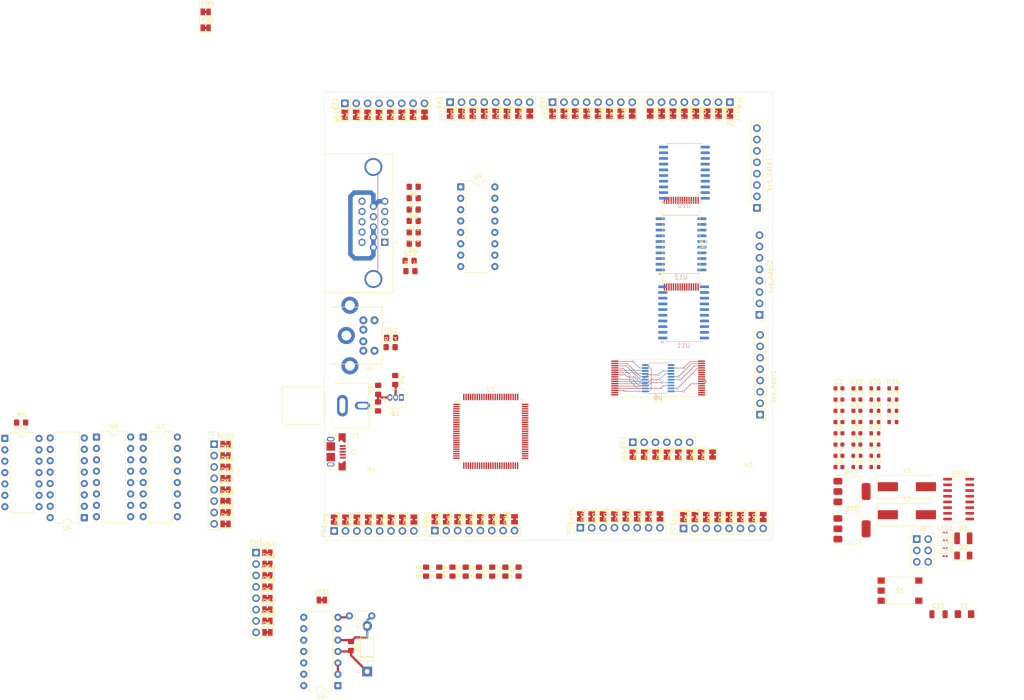
<source format=kicad_pcb>
(kicad_pcb (version 20241229) (generator "pcbnew") (generator_version "9.0")
  (layers (0 "F.Cu" signal) (2 "B.Cu" signal) (13 "F.Paste" user) (15 "B.Paste" user) (5 "F.SilkS" user "F.Silkscreen") (7 "B.SilkS" user "B.Silkscreen") (1 "F.Mask" user) (3 "B.Mask" user) (25 "Edge.Cuts" user))
  (net 0 "")
  (net 1 "VSyncVGA")
  (net 4 "Blue")
  (net 5 "unconnected-(J1-Pad0)")
  (net 9 "HSyncVGA")
  (net 10 "Red")
  (net 11 "Green")
  (net 13 "PA0")
  (net 14 "PA2")
  (net 15 "PA6")
  (net 16 "PA3")
  (net 19 "Shared_Address_A4")
  (net 20 "AREF")
  (net 21 "+3.3V")
  (net 22 "/RCA_Output")
  (net 24 "Shared_Address_A0")
  (net 25 "16MHz")
  (net 28 "Net-(U4-Q7)")
  (net 29 "Net-(U7-~{OE})")
  (net 30 "Net-(D1-K)")
  (net 31 "GND")
  (net 32 "Net-(D1-A)")
  (net 33 "Net-(M3-A4)")
  (net 34 "Net-(M3-A6)")
  (net 35 "+5V")
  (net 36 "Net-(M3-A2)")
  (net 37 "Net-(M3-A7)")
  (net 38 "PA5")
  (net 39 "PA4")
  (net 40 "PA7")
  (net 41 "Net-(M3-A1)")
  (net 42 "Net-(M3-A5)")
  (net 43 "PA1")
  (net 44 "Net-(M3-A0)")
  (net 45 "PB2")
  (net 46 "PB3")
  (net 47 "PB5")
  (net 48 "PB4")
  (net 49 "PB0")
  (net 50 "Net-(M3-A3)")
  (net 51 "PB1")
  (net 52 "PB7")
  (net 53 "PB6")
  (net 54 "Shared_Address_A11")
  (net 56 "PC4")
  (net 57 "PC1")
  (net 58 "PC2")
  (net 59 "PC0")
  (net 60 "PC5")
  (net 61 "PC6")
  (net 62 "PC7")
  (net 63 "PC3")
  (net 64 "PD0")
  (net 65 "PD6")
  (net 66 "PD1")
  (net 67 "PD2")
  (net 68 "PD3")
  (net 69 "PD4")
  (net 70 "PD7")
  (net 71 "PD5")
  (net 72 "PE0")
  (net 73 "PE2")
  (net 74 "PE3")
  (net 75 "PE6")
  (net 76 "PE1")
  (net 77 "PE4")
  (net 78 "PE5")
  (net 79 "PF3")
  (net 80 "PF2")
  (net 81 "PF1")
  (net 82 "PF6")
  (net 83 "PF5")
  (net 84 "PF4")
  (net 85 "PF0")
  (net 86 "PF7")
  (net 87 "PG2")
  (net 88 "PG1")
  (net 89 "PG5")
  (net 90 "PG4")
  (net 91 "PG3")
  (net 92 "PG0")
  (net 93 "PH3")
  (net 94 "PH6")
  (net 95 "PH0")
  (net 96 "PH2")
  (net 97 "PH4")
  (net 98 "PH7")
  (net 99 "PH5")
  (net 100 "PH1")
  (net 101 "PJ6")
  (net 102 "PJ2")
  (net 103 "PJ3")
  (net 104 "PJ5")
  (net 105 "PJ0")
  (net 106 "PJ4")
  (net 107 "PJ1")
  (net 108 "PJ7")
  (net 109 "PK5")
  (net 110 "PK0")
  (net 111 "PK7")
  (net 112 "PK1")
  (net 113 "PK2")
  (net 114 "PK6")
  (net 115 "PK4")
  (net 116 "PK3")
  (net 117 "PL0")
  (net 118 "PL7")
  (net 119 "PL5")
  (net 120 "PL3")
  (net 121 "PL6")
  (net 122 "PL4")
  (net 123 "PL2")
  (net 124 "PL1")
  (net 125 "Shared_Address_A3")
  (net 126 "Shared_Address_A5")
  (net 127 "Shared_Address_A8")
  (net 128 "Shared_Address_A13")
  (net 129 "Shared_Address_A2")
  (net 130 "Shared_Address_A10")
  (net 131 "Shared_Address_A6")
  (net 132 "/~{Write}")
  (net 133 "Shared_Address_A7")
  (net 134 "/~{MidRAM}")
  (net 135 "Shared_Address_A9")
  (net 136 "/~{Read}")
  (net 137 "Shared_Address_A12")
  (net 138 "Shared_Address_A1")
  (net 139 "Shared_Address_A14")
  (net 140 "Net-(U9-Za)")
  (net 141 "Net-(U9-Zb)")
  (net 142 "Net-(U9-Zc)")
  (net 143 "Net-(U9-Zd)")
  (net 152 "D7")
  (net 154 "D3")
  (net 155 "D2")
  (net 156 "D1")
  (net 157 "D4")
  (net 158 "D5")
  (net 159 "D6")
  (net 160 "D0")
  (net 161 "Net-(U10-CE)")
  (net 162 "A1")
  (net 163 "A0")
  (net 164 "A2")
  (net 165 "A4")
  (net 166 "A6")
  (net 167 "Net-(U11-A->B)")
  (net 168 "A5")
  (net 169 "A7")
  (net 170 "A3")
  (net 171 "Shared_Address_A15")
  (net 172 "A9")
  (net 173 "A8")
  (net 174 "A12")
  (net 175 "A14")
  (net 176 "A13")
  (net 177 "A15")
  (net 178 "A10")
  (net 179 "A11")
  (net 180 "Net-(J1-Pad14)")
  (net 181 "Net-(J1-Pad13)")
  (net 182 "/Clock")
  (net 183 "/Data")
  (net 184 "XAD0")
  (net 185 "XAD1")
  (net 186 "XAD2")
  (net 187 "XAD3")
  (net 188 "XAD4")
  (net 189 "XAD5")
  (net 190 "XAD6")
  (net 191 "XAD7")
  (net 194 "XAA0")
  (net 195 "XAA1")
  (net 196 "XAA2")
  (net 197 "XAA3")
  (net 198 "XAA4")
  (net 199 "XAA5")
  (net 200 "XAA6")
  (net 208 "XAA7")
  (net 215 "PE7")
  (net 218 "XTAL1")
  (net 219 "XTAL2")
  (net 220 "RD-")
  (net 221 "RD+")
  (net 222 "Mega_6309_data3")
  (net 223 "Mega_6309_data7")
  (net 224 "Mega_6309_data4")
  (net 225 "Mega_6309_data2")
  (net 226 "Mega_6309_data6")
  (net 227 "Mega_6309_data0")
  (net 228 "Mega_6309_data1")
  (net 229 "Net-(U2-Pad11)")
  (net 230 "Net-(U7-SRCLK)")
  (net 231 "PSDat6")
  (net 232 "PSDat5")
  (net 233 "PSDat4")
  (net 234 "PSDat3")
  (net 235 "PSDat2")
  (net 236 "Net-(U7-QH')")
  (net 237 "PSDat7")
  (net 238 "PSDat0")
  (net 240 "PSDat1")
  (net 241 "Mega_6309_data5")
  (net 242 "Net-(Q1-B)")
  (net 243 "Net-(R2-Pad1)")
  (net 244 "Net-(R4-Pad1)")
  (net 246 "SYNC_RCA")
  (net 247 "~{SUPRESS}")
  (net 248 "M8TXD")
  (net 249 "M8RXD")
  (net 250 "Inside")
  (net 251 "Net-(U3-Pad10)")
  (net 252 "Net-(U3-Pad4)")
  (net 253 "Net-(JP91-A)")
  (net 254 "VIN")
  (net 255 "Net-(J5-D+)")
  (net 256 "Net-(J5-D-)")
  (net 257 "Net-(J5-VBUS)")
  (net 258 "Reset")
  (net 259 "/L-rx")
  (net 262 "/L-tx")
  (net 263 "/L-on")
  (net 264 "/L_13")
  (net 265 "Net-(U13-V3)")
  (net 266 "Net-(U13-XO)")
  (net 267 "Net-(U13-XI)")
  (net 268 "Net-(U13-~{DTR})")
  (net 269 "Net-(D3-K)")
  (net 274 "SCL")
  (net 275 "SDA")
  (net 276 "TX")
  (net 277 "RX")
  (net 278 "CTS")
  (net 279 "Ib")
  (net 280 "Bb")
  (net 281 "Gb")
  (net 282 "Rb")
  (net 283 "If")
  (net 284 "Bf")
  (net 285 "Gf")
  (net 286 "Rf")
  (net 287 "SCK")
  (net 288 "MISO")
  (net 289 "MOSI")
  (net 290 "SS")
  (net 291 "VGA Latch")
  (net 292 "RTS")
  (net 293 "PS2 Clock")
  (net 294 "PS2 Data")
  (net 295 "VGA data 0")
  (net 296 "VGA data 1")
  (net 297 "VGA data 2")
  (net 298 "VGA data 3")
  (net 299 "VGA data 4")
  (net 300 "VGA data 5")
  (net 301 "VGA data 6")
  (net 302 "VGA data 7")
  (net 303 "WE")
  (net 304 "RD")
  (net 305 "ALE")
  (net 306 "XAA16")
  (footprint "Jumper:SolderJumper-2_P1.3mm_Bridged_Pad1.0x1.5mm" (layer "F.Cu") (at 94.3356 23.9776 90)
    (property "Reference" "JP7")
    (property "Value" "SolderJumper_2_Bridged" (hide yes))
  )
  (footprint "Jumper:SolderJumper-2_P1.3mm_Bridged_Pad1.0x1.5mm" (layer "F.Cu") (at 81.6356 23.9776 90)
    (property "Reference" "JP2")
    (property "Value" "SolderJumper_2_Bridged" (hide yes))
  )
  (footprint "Jumper:SolderJumper-2_P1.3mm_Bridged_Pad1.0x1.5mm" (layer "F.Cu") (at 15.4686 137.2108)
    (property "Reference" "JP63")
    (property "Value" "SolderJumper_2_Bridged" (hide yes))
  )
  (footprint "Jumper:SolderJumper-2_P1.3mm_Bridged_Pad1.0x1.5mm" (layer "F.Cu") (at 121.031 114.0206 90)
    (property "Reference" "JP22")
    (property "Value" "SolderJumper_2_Bridged" (hide yes))
  )
  (footprint "Resistor_SMD:R_0805_2012Metric_Pad1.20x1.40mm_HandSolder" (layer "F.Cu") (at 47.1968 56.8322)
    (property "Reference" "R15")
    (property "Value" "75")
  )
  (footprint "Resistor_SMD:R_0603_1608Metric" (layer "F.Cu") (at 151.0266 92.8162)
    (property "Reference" "R29")
    (property "Value" "1M")
  )
  (footprint "Diode_SMD:D_1206_3216Metric" (layer "F.Cu") (at 170.7766 122.5962)
    (property "Reference" "D2")
    (property "Value" "D")
  )
  (footprint "Connector_PinHeader_2.54mm:PinHeader_1x06_P2.54mm_Vertical" (layer "F.Cu") (at 96.998 97.3272 90)
    (property "Reference" "PG1")
    (property "Value" "Conn_01x06" (hide yes))
  )
  (footprint "Jumper:SolderJumper-2_P1.3mm_Bridged_Pad1.0x1.5mm" (layer "F.Cu") (at 1.675 4.825)
    (property "Reference" "JP90")
    (property "Value" "SolderJumper_2_Bridged")
  )
  (footprint "Jumper:SolderJumper-2_P1.3mm_Bridged_Pad1.0x1.5mm" (layer "F.Cu") (at 42.9006 24.2316 90)
    (property "Reference" "JP45")
    (property "Value" "SolderJumper_2_Bridged" (hide yes))
  )
  (footprint "Resistor_SMD:R_0805_2012Metric_Pad1.20x1.40mm_HandSolder" (layer "F.Cu") (at 50.8674 126.2012 90)
    (property "Reference" "R16")
    (property "Value" "10k")
  )
  (footprint "Resistor_SMD:R_0603_1608Metric" (layer "F.Cu") (at 151.0266 85.2862)
    (property "Reference" "R26")
    (property "Value" "10k")
  )
  (footprint "Resistor_SMD:R_0805_2012Metric_Pad1.20x1.40mm_HandSolder" (layer "F.Cu") (at 59.7174 126.2012 90)
    (property "Reference" "R19")
    (property "Value" "10k")
  )
  (footprint "other.pretty:CUI_RCJ-047" (layer "F.Cu") (at 28.194 89.154 180)
    (property "Reference" "J3")
    (property "Value" "Conn_Coaxial")
    (fp_line (start 0 5.15) (end 0 3.35) (stroke (width 0.01)) (layer "Edge.Cuts"))
    (fp_line (start 0 3.35) (end -1.7 3.35) (stroke (width 0.01)) (layer "Edge.Cuts"))
    (fp_line (start 0 -3.35) (end 0 -5.15) (stroke (width 0.01)) (layer "Edge.Cuts"))
    (fp_line (start 0 -5.15) (end -1.7 -5.15) (stroke (width 0.01)) (layer "Edge.Cuts"))
    (fp_line (start -1.7 5.15) (end 0 5.15) (stroke (width 0.01)) (layer "Edge.Cuts"))
    (fp_line (start -1.7 3.35) (end -1.7 5.15) (stroke (width 0.01)) (layer "Edge.Cuts"))
    (fp_line (start -1.7 -3.35) (end 0 -3.35) (stroke (width 0.01)) (layer "Edge.Cuts"))
    (fp_line (start -1.7 -5.15) (end -1.7 -3.35) (stroke (width 0.01)) (layer "Edge.Cuts"))
  )
  (footprint "MountingHole:MountingHole_3.2mm_M3" (layer "F.Cu") (at 31.6418 29.5624)
    (property "Reference" "H1")
    (property "Value" "MountingHole")
  )
  (footprint "Jumper:SolderJumper-2_P1.3mm_Bridged_Pad1.0x1.5mm" (layer "F.Cu") (at 103.0732 113.8682 90)
    (property "Reference" "JP32")
    (property "Value" "SolderJumper_2_Bridged" (hide yes))
  )
  (footprint "Jumper:SolderJumper-2_P1.3mm_Bridged_Pad1.0x1.5mm" (layer "F.Cu") (at 35.2806 24.2316 90)
    (property "Reference" "JP42")
    (property "Value" "SolderJumper_2_Bridged" (hide yes))
  )
  (footprint "Resistor_SMD:R_0805_2012Metric_Pad1.20x1.40mm_HandSolder" (layer "F.Cu") (at 48.1076 50.4658 180)
    (property "Reference" "R10")
    (property "Value" "680")
  )
  (footprint "Connector_PinHeader_2.54mm:PinHeader_1x08_P2.54mm_Vertical" (layer "F.Cu") (at 12.9286 121.9708)
    (property "Reference" "PH1")
    (property "Value" "Conn_01x08" (hide yes))
  )
  (footprint "Jumper:SolderJumper-2_P1.3mm_Bridged_Pad1.0x1.5mm" (layer "F.Cu") (at 6.1214 97.7646)
    (property "Reference" "JP33")
    (property "Value" "SolderJumper_2_Bridged" (hide yes))
  )
  (footprint "Resistor_SMD:R_0805_2012Metric_Pad1.20x1.40mm_HandSolder" (layer "F.Cu") (at 53.8174 126.2012 90)
    (property "Reference" "R17")
    (property "Value" "10k")
  )
  (footprint "Jumper:SolderJumper-2_P1.3mm_Bridged_Pad1.0x1.5mm" (layer "F.Cu") (at 105.9688 23.9776 -90)
    (property "Reference" "JP70")
    (property "Value" "SolderJumper_2_Bridged" (hide yes))
  )
  (footprint "Jumper:SolderJumper-2_P1.3mm_Bridged_Pad1.0x1.5mm" (layer "F.Cu") (at 84.1756 23.9776 90)
    (property "Reference" "JP3")
    (property "Value" "SolderJumper_2_Bridged" (hide yes))
  )
  (footprint "Jumper:SolderJumper-2_P1.3mm_Bridged_Pad1.0x1.5mm" (layer "F.Cu") (at 108.5088 23.9776 -90)
    (property "Reference" "JP69")
    (property "Value" "SolderJumper_2_Bridged" (hide yes))
  )
  (footprint "Connector_PinHeader_2.54mm:PinHeader_1x08_P2.54mm_Vertical" (layer "F.Cu") (at 125.4214 91.1644 180)
    (property "Reference" "sys_Addr1")
    (property "Value" "Conn_01x08" (hide yes))
  )
  (footprint "LED_SMD:LED_0201_0603Metric" (layer "F.Cu") (at 166.7116 119.2362)
    (property "Reference" "LED2")
    (property "Value" "LED")
  )
  (footprint "Package_DIP:DIP-14_W7.62mm" (layer "F.Cu") (at -43.1292 96.4692)
    (property "Reference" "U3")
    (property "Value" "74LS08")
  )
  (footprint "Jumper:SolderJumper-2_P1.3mm_Bridged_Pad1.0x1.5mm" (layer "F.Cu") (at 61.3156 23.9776 90)
    (property "Reference" "JP75")
    (property "Value" "SolderJumper_2_Bridged" (hide yes))
  )
  (footprint "Jumper:SolderJumper-2_P1.3mm_Bridged_Pad1.0x1.5mm" (layer "F.Cu") (at 6.1214 100.3046)
    (property "Reference" "JP34")
    (property "Value" "SolderJumper_2_Bridged" (hide yes))
  )
  (footprint "Jumper:SolderJumper-2_P1.3mm_Bridged_Pad1.0x1.5mm" (layer "F.Cu") (at 116.1288 23.9776 -90)
    (property "Reference" "JP66")
    (property "Value" "SolderJumper_2_Bridged" (hide yes))
  )
  (footprint "Resistor_SMD:R_0805_2012Metric_Pad1.20x1.40mm_HandSolder" (layer "F.Cu") (at 40.1752 85.624 90)
    (property "Reference" "R3")
    (property "Value" "1k")
  )
  (footprint "Resistor_SMD:R_0805_2012Metric_Pad1.20x1.40mm_HandSolder" (layer "F.Cu") (at 43.9854 83.4304 -90)
    (property "Reference" "R4")
    (property "Value" "1k3")
  )
  (footprint "Jumper:SolderJumper-2_P1.3mm_Bridged_Pad1.0x1.5mm" (layer "F.Cu") (at 96.8756 23.9776 90)
    (property "Reference" "JP8")
    (property "Value" "SolderJumper_2_Bridged" (hide yes))
  )
  (footprint "Resistor_SMD:R_0603_1608Metric" (layer "F.Cu") (at 155.0366 92.8162)
    (property "Reference" "R37")
    (property "Value" "10k")
  )
  (footprint "Package_DIP:DIP-14_W7.62mm" (layer "F.Cu") (at 31.1912 151.638 180)
    (property "Reference" "U2")
    (property "Value" "74HC14")
  )
  (footprint "Jumper:SolderJumper-2_P1.3mm_Bridged_Pad1.0x1.5mm" (layer "F.Cu") (at 109.728 100.076 90)
    (property "Reference" "JP54")
    (property "Value" "SolderJumper_2_Bridged" (hide yes))
  )
  (footprint "Capacitor_SMD:C_0603_1608Metric" (layer "F.Cu") (at 143.0066 90.3062)
    (property "Reference" "C4")
    (property "Value" "100n")
  )
  (footprint "Jumper:SolderJumper-2_P1.3mm_Bridged_Pad1.0x1.5mm" (layer "F.Cu") (at 113.411 114.0206 90)
    (property "Reference" "JP19")
    (property "Value" "SolderJumper_2_Bridged" (hide yes))
  )
  (footprint "Jumper:SolderJumper-2_P1.3mm_Bridged_Pad1.0x1.5mm" (layer "F.Cu") (at 87.8332 113.8682 90)
    (property "Reference" "JP26")
    (property "Value" "SolderJumper_2_Bridged" (hide yes))
  )
  (footprint "MountingHole:MountingHole_3.2mm_M3" (layer "F.Cu") (at 38.7048 107.7164)
    (property "Reference" "H4")
    (property "Value" "MountingHole")
  )
  (footprint "Fuse:Fuse_1206_3216Metric_Pad1.42x1.75mm_HandSolder" (layer "F.Cu") (at 171.0266 135.6762)
    (property "Reference" "F1")
    (property "Value" "Polyfuse")
  )
  (footprint "Package_DIP:DIP-16_W7.62mm" (layer "F.Cu") (at -12.25 96.1592)
    (property "Reference" "U7")
    (property "Value" "74HC595")
  )
  (footprint "Jumper:SolderJumper-2_P1.3mm_Bridged_Pad1.0x1.5mm" (layer "F.Cu") (at 40.513 114.5794 90)
    (property "Reference" "JP13")
    (property "Value" "SolderJumper_2_Bridged" (hide yes))
  )
  (footprint "Jumper:SolderJumper-2_P1.3mm_Bridged_Pad1.0x1.5mm" (layer "F.Cu") (at 114.808 100.076 90)
    (property "Reference" "JP56")
    (property "Value" "SolderJumper_2_Bridged" (hide yes))
  )
  (footprint "Connector_PinHeader_2.54mm:PinHeader_1x08_P2.54mm_Vertical" (layer "F.Cu") (at 79.0956 21.4376 90)
    (property "Reference" "PA1")
    (property "Value" "Conn_01x08" (hide yes))
  )
  (footprint "Jumper:SolderJumper-2_P1.3mm_Bridged_Pad1.0x1.5mm" (layer "F.Cu") (at 1.675 1.275)
    (property "Reference" "JP89")
    (property "Value" "SolderJumper_2_Bridged")
  )
  (footprint "Resistor_SMD:R_0805_2012Metric_Pad1.20x1.40mm_HandSolder" (layer "F.Cu") (at 43.06 74.0176)
    (property "Reference" "R12")
    (property "Value" "3k3")
  )
  (footprint "LED_SMD:LED_0201_0603Metric" (layer "F.Cu") (at 166.7116 120.9862)
    (property "Reference" "LED3")
    (property "Value" "LED")
  )
  (footprint "Arduino Mega 2560:SW_TS06-667-30-BK-100-G-SMT-TR" (layer "F.Cu") (at 156.6266 130.4362)
    (property "Reference" "S1")
    (property "Value" "TS06-667-30-BK-100-G-SMT-TR")
  )
  (footprint "Resistor_SMD:R_0805_2012Metric_Pad1.20x1.40mm_HandSolder" (layer "F.Cu") (at 62.6674 126.2012 90)
    (property "Reference" "R20")
    (property "Value" "10k")
  )
  (footprint "Connector_PinHeader_2.54mm:PinHeader_1x08_P2.54mm_Vertical" (layer "F.Cu") (at 124.7102 45.009 180)
    (property "Reference" "sys_Data1")
    (property "Value" "Conn_01x08" (hide yes))
  )
  (footprint "Package_QFP:TQFP-100_14x14mm_P0.5mm" (layer "F.Cu") (at 65.3024 94.874)
    (property "Reference" "U1")
    (property "Value" "ATMEGA2560-16AU")
  )
  (footprint "Jumper:SolderJumper-2_P1.3mm_Bridged_Pad1.0x1.5mm" (layer "F.Cu") (at 63.8556 23.9776 90)
    (property "Reference" "JP76")
    (property "Value" "SolderJumper_2_Bridged" (hide yes))
  )
  (footprint "Jumper:SolderJumper-2_P1.3mm_Bridged_Pad1.0x1.5mm" (layer "F.Cu") (at 50.5206 24.2316 90)
    (property "Reference" "JP48")
    (property "Value" "SolderJumper_2_Bridged" (hide yes))
  )
  (footprint "Resistor_SMD:R_0603_1608Metric" (layer "F.Cu") (at 147.0166 102.8562)
    (property "Reference" "R25")
    (property "Value" "22")
  )
  (footprint "Resistor_SMD:R_0603_1608Metric" (layer "F.Cu") (at 155.0366 90.3062)
    (property "Reference" "R36")
    (property "Value" "1k")
  )
  (footprint "Connector_PinHeader_2.54mm:PinHeader_1x08_P2.54mm_Vertical" (layer "F.Cu") (at 125.269 68.8868 180)
    (property "Reference" "sys_Addr2")
    (property "Value" "Conn_01x08" (hide yes))
  )
  (footprint "Capacitor_SMD:C_0603_1608Metric" (layer "F.Cu") (at 147.0166 87.7962)
    (property "Reference" "C12")
    (property "Value" "100n")
  )
  (footprint "Jumper:SolderJumper-2_P1.3mm_Bridged_Pad1.0x1.5mm" (layer "F.Cu") (at 104.648 100.076 90)
    (property "Reference" "JP52")
    (property "Value" "SolderJumper_2_Bridged" (hide yes))
  )
  (footprint "Jumper:SolderJumper-2_P1.3mm_Bridged_Pad1.0x1.5mm" (layer "F.Cu") (at 37.8206 24.2316 90)
    (property "Reference" "JP43")
    (property "Value" "SolderJumper_2_Bridged" (hide yes))
  )
  (footprint "Jumper:SolderJumper-2_P1.3mm_Bridged_Pad1.0x1.5mm" (layer "F.Cu") (at 32.7406 24.2316 90)
    (property "Reference" "JP41")
    (property "Value" "SolderJumper_2_Bridged" (hide yes))
  )
  (footprint "Jumper:SolderJumper-2_P1.3mm_Bridged_Pad1.0x1.5mm" (layer "F.Cu") (at 100.5332 113.8682 90)
    (property "Reference" "JP31")
    (property "Value" "SolderJumper_2_Bridged" (hide yes))
  )
  (footprint "Jumper:SolderJumper-2_P1.3mm_Bridged_Pad1.0x1.5mm" (layer "F.Cu") (at 110.871 114.0206 90)
    (property "Reference" "JP18")
    (property "Value" "SolderJumper_2_Bridged" (hide yes))
  )
  (footprint "Jumper:SolderJumper-2_P1.3mm_Bridged_Pad1.0x1.5mm" (layer "F.Cu") (at 15.4686 121.9708)
    (property "Reference" "JP57")
    (property "Value" "SolderJumper_2_Bridged" (hide yes))
  )
  (footprint "Connector_PinHeader_2.54mm:PinHeader_1x08_P2.54mm_Vertical" (layer "F.Cu") (at 52.832 117.0432 90)
    (property "Reference" "PL1")
    (property "Value" "Conn_01x08" (hide yes))
  )
  (footprint "Diode_SMD:D_1210_3225Metric" (layer "F.Cu") (at 170.7766 118.7562)
    (property "Reference" "D3")
    (property "Value" "D")
  )
  (footprint "Package_DIP:DIP-16_W7.62mm" (layer "F.Cu") (at -25.4 114.1476 180)
    (property "Reference" "U4")
    (property "Value" "74HC165")
  )
  (footprint "Jumper:SolderJumper-2_P1.3mm_Bridged_Pad1.0x1.5mm" (layer "F.Cu") (at 99.568 100.076 90)
    (property "Reference" "JP50")
    (property "Value" "SolderJumper_2_Bridged" (hide yes))
  )
  (footprint "Jumper:SolderJumper-2_P1.3mm_Bridged_Pad1.0x1.5mm" (layer "F.Cu") (at 35.433 114.5794 90)
    (property "Reference" "JP11")
    (property "Value" "SolderJumper_2_Bridged" (hide yes))
  )
  (footprint "Resistor_SMD:R_0805_2012Metric_Pad1.20x1.40mm_HandSolder" (layer "F.Cu") (at 48.1076 45.3858 180)
    (property "Reference" "R8")
    (property "Value" "1k2")
  )
  (footprint "Jumper:SolderJumper-2_P1.3mm_Bridged_Pad1.0x1.5mm" (layer "F.Cu") (at 118.6688 23.9776 -90)
    (property "Reference" "JP65")
    (property "Value" "SolderJumper_2_Bridged" (hide yes))
  )
  (footprint "MountingHole:MountingHole_3.2mm_M3" (layer "F.Cu") (at 122.7788 106.599)
    (property "Reference" "H3")
    (property "Value" "MountingHole")
  )
  (footprint "Jumper:SolderJumper-2_P1.3mm_Bridged_Pad1.0x1.5mm" (layer "F.Cu") (at 66.3956 23.9776 90)
    (property "Reference" "JP77")
    (property "Value" "SolderJumper_2_Bridged" (hide yes))
  )
  (footprint "Jumper:SolderJumper-2_P1.3mm_Bridged_Pad1.0x1.5mm" (layer "F.Cu") (at 108.331 114.0206 90)
    (property "Reference" "JP17")
    (property "Value" "SolderJumper_2_Bridged" (hide yes))
  )
  (footprint "Resistor_SMD:R_0805_2012Metric_Pad1.20x1.40mm_HandSolder" (layer "F.Cu") (at 34.1326 142.7944 -90)
    (property "Reference" "R1")
    (property "Value" "3k3")
  )
  (footprint "Capacitor_SMD:C_0603_1608Metric" (layer "F.Cu") (at 147.0166 97.8362)
    (property "Reference" "C16")
    (property "Value" "100n")
  )
  (footprint "Package_TO_SOT_SMD:SOT-223-3_TabPin2" (layer "F.Cu") (at 145.9266 116.6362)
    (property "Reference" "U15")
    (property "Value" "AMS1117-3.3")
  )
  (footprint "Jumper:SolderJumper-2_P1.3mm_Bridged_Pad1.0x1.5mm" (layer "F.Cu") (at 86.7156 23.9776 90)
    (property "Reference" "JP4")
    (property "Value" "SolderJumper_2_Bridged" (hide yes))
  )
  (footprint "Resistor_SMD:R_0805_2012Metric_Pad1.20x1.40mm_HandSolder" (layer "F.Cu") (at -39.5016 92.9338)
    (property "Reference" "R5")
    (property "Value" "10k")
  )
  (footprint "Capacitor_SMD:C_0603_1608Metric" (layer "F.Cu") (at 147.0166 85.2862)
    (property "Reference" "C10")
    (property "Value" "100n")
  )
  (footprint "Package_DIP:DIP-16_W7.62mm" (layer "F.Cu") (at 58.5978 40.3352)
    (property "Reference" "U9")
    (property "Value" "74HC157")
  )
  (footprint "Jumper:SolderJumper-2_P1.3mm_Bridged_Pad1.0x1.5mm" (layer "F.Cu") (at 45.593 114.5794 90)
    (property "Reference" "JP15")
    (property "Value" "SolderJumper_2_Bridged" (hide yes))
  )
  (footprint "Crystal:Crystal_SMD_HC49-SD" (layer "F.Cu") (at 158.1766 113.4862)
    (property "Reference" "Y2")
    (property "Value" "12 MHz")
  )
  (footprint "Jumper:SolderJumper-2_P1.3mm_Bridged_Pad1.0x1.5mm" (layer "F.Cu") (at 15.4686 124.5108)
    (property "Reference" "JP58")
    (property "Value" "SolderJumper_2_Bridged" (hide yes))
  )
  (footprint "Jumper:SolderJumper-2_P1.3mm_Bridged_Pad1.0x1.5mm" (layer "F.Cu") (at 57.912 114.5032 90)
    (property "Reference" "JP83")
    (property "Value" "SolderJumper_2_Bridged" (hide yes))
  )
  (footprint "Resistor_SMD:R_0805_2012Metric_Pad1.20x1.40mm_HandSolder" (layer "F.Cu") (at 48.1076 47.9258 180)
    (property "Reference" "R11")
    (property "Value" "680")
  )
  (footprint "Resistor_SMD:R_0603_1608Metric" (layer "F.Cu") (at 151.0266 87.7962)
    (property "Reference" "R27")
    (property "Value" "1M")
  )
  (footprint "Jumper:SolderJumper-2_P1.3mm_Bridged_Pad1.0x1.5mm" (layer "F.Cu") (at 37.973 114.5794 90)
    (property "Reference" "JP12")
    (property "Value" "SolderJumper_2_Bridged" (hide yes))
  )
  (footprint "Package_TO_SOT_SMD:SOT-223-3_TabPin2" (layer "F.Cu") (at 145.9266 108.3112)
    (property "Reference" "U14")
    (property "Value" "AMS1117-5.0")
  )
  (footprint "Jumper:SolderJumper-2_P1.3mm_Bridged_Pad1.0x1.5mm" (layer "F.Cu") (at 52.832 114.5032 90)
    (property "Reference" "JP81")
    (property "Value" "SolderJumper_2_Bridged" (hide yes))
  )
  (footprint "Resistor_SMD:R_0603_1608Metric" (layer "F.Cu") (at 147.0166 100.3462)
    (property "Reference" "R24")
    (property "Value" "22")
  )
  (footprint "Jumper:SolderJumper-2_P1.3mm_Bridged_Pad1.0x1.5mm" (layer "F.Cu") (at 103.4288 23.9776 -90)
    (property "Reference" "JP71")
    (property "Value" "SolderJumper_2_Bridged" (hide yes))
  )
  (footprint "Jumper:SolderJumper-2_P1.3mm_Bridged_Pad1.0x1.5mm" (layer "F.Cu") (at 56.2356 23.9776 90)
    (property "Reference" "JP73")
    (property "Value" "SolderJumper_2_Bridged" (hide yes))
  )
  (footprint "Resistor_SMD:R_0805_2012Metric_Pad1.20x1.40mm_HandSolder" (layer "F.Cu") (at 42.9584 76.1008)
    (property "Reference" "R13")
    (property "Value" "3k3")
  )
  (footprint "Jumper:SolderJumper-2_P1.3mm_Bridged_Pad1.0x1.5mm" (layer "F.Cu") (at 15.4686 139.7508)
    (property "Reference" "JP64")
    (property "Value" "SolderJumper_2_Bridged" (hide yes))
  )
  (footprint "Resistor_SMD:R_0805_2012Metric_Pad1.20x1.40mm_HandSolder" (layer "F.Cu") (at 71.5174 126.2012 90)
    (property "Reference" "R23")
    (property "Value" "10k")
  )
  (footprint "Package_SO:SOIC-16_3.9x9.9mm_P1.27mm" (layer "F.Cu") (at 169.7266 110.0062)
    (property "Reference" "U13")
    (property "Value" "CH340G")
  )
  (footprint "Capacitor_SMD:C_1206_3216Metric" (layer "F.Cu") (at 165.2266 135.7062)
    (property "Reference" "C11")
    (property "Value" "10M")
  )
  (footprint "Capacitor_THT:C_Disc_D4.3mm_W1.9mm_P5.00mm" (layer "F.Cu") (at 38.7566 136.0756 180)
    (property "Reference" "C1")
    (property "Value" "100 pF??")
  )
  (footprint "Capacitor_SMD:C_0603_1608Metric" (layer "F.Cu") (at 143.0066 100.3462)
    (property "Reference" "C8")
    (property "Value" "100n")
  )
  (footprint "Jumper:SolderJumper-2_P1.3mm_Bridged_Pad1.0x1.5mm" (layer "F.Cu") (at 6.1214 107.9246)
    (property "Reference" "JP37")
    (property "Value" "SolderJumper_2_Bridged" (hide yes))
  )
  (footprint "Connector_PinHeader_2.54mm:PinHeader_1x08_P2.54mm_Vertical" (layer "F.Cu") (at 30.353 117.1194 90)
    (property "Reference" "PB1")
    (property "Value" "Conn_01x08" (hide yes))
  )
  (footprint "Connector_PinHeader_2.54mm:PinHeader_2x03_P2.54mm_Vertical" (layer "F.Cu") (at 160.3766 118.9362)
    (property "Reference" "J8")
    (property "Value" "AVR-ISP-6")
  )
  (footprint "Jumper:SolderJumper-2_P1.3mm_Bridged_Pad1.0x1.5mm" (layer "F.Cu") (at 107.188 100.076 90)
    (property "Reference" "JP53")
    (property "Value" "SolderJumper_2_Bridged" (hide yes))
  )
  (footprint "Jumper:SolderJumper-2_P1.3mm_Bridged_Pad1.0x1.5mm" (layer "F.Cu") (at 74.0156 23.9776 90)
    (property "Reference" "JP80")
    (property "Value" "SolderJumper_2_Bridged" (hide yes))
  )
  (footprint "Jumper:SolderJumper-2_P1.3mm_Bridged_Pad1.0x1.5mm" (layer "F.Cu") (at 126.111 114.0206 90)
    (property "Reference" "JP24")
    (property "Value" "SolderJumper_2_Bridged" (hide yes))
  )
  (footprint "Package_SO:TSOP-I-32_18.4x8mm_P0.5mm" (layer "F.Cu") (at 107.8174 53.0102 -90)
    (property "Reference" "M5")
    (property "Value" "CY7C109D-10ZXI")
  )
  (footprint "Resistor_SMD:R_0805_2012Metric_Pad1.20x1.40mm_HandSolder" (layer "F.Cu") (at 65.6174 126.2012 90)
    (property "Reference" "R21")
    (property "Value" "10k")
  )
  (footprint "Jumper:SolderJumper-2_P1.3mm_Bridged_Pad1.0x1.5mm" (layer "F.Cu") (at 68.9356 23.9776 90)
    (property "Reference" "JP78")
    (property "Value" "SolderJumper_2_Bridged" (hide yes))
  )
  (footprint "Jumper:SolderJumper-2_P1.3mm_Bridged_Pad1.0x1.5mm" (layer "F.Cu") (at 55.372 114.5032 90)
    (property "Reference" "JP82")
    (property "Value" "SolderJumper_2_Bridged" (hide yes))
  )
  (footprint "Capacitor_SMD:C_0603_1608Metric" (layer "F.Cu") (at 147.0166 95.3262)
    (property "Reference" "C15")
    (property "Value" "100n")
  )
  (footprint "Jumper:SolderJumper-2_P1.3mm_Bridged_Pad1.0x1.5mm" (layer "F.Cu") (at 85.2932 113.8682 90)
    (property "Reference" "JP25")
    (property "Value" "SolderJumper_2_Bridged" (hide yes))
  )
  (footprint "Jumper:SolderJumper-2_P1.3mm_Bridged_Pad1.0x1.5mm" (layer "F.Cu") (at 6.1214 110.4646)
    (property "Reference" "JP38")
    (property "Value" "SolderJumper_2_Bridged" (hide yes))
  )
  (footprint "Jumper:SolderJumper-2_P1.3mm_Bridged_Pad1.0x1.5mm" (layer "F.Cu") (at 6.1214 102.8446)
    (property "Reference" "JP35")
    (property "Value" "SolderJumper_2_Bridged" (hide yes))
  )
  (footprint "Jumper:SolderJumper-2_P1.3mm_Bridged_Pad1.0x1.5mm" (layer "F.Cu") (at 60.452 114.5032 90)
    (property "Reference" "JP84")
    (property "Value" "SolderJumper_2_Bridged" (hide yes))
  )
  (footprint "Jumper:SolderJumper-2_P1.3mm_Bridged_Pad1.0x1.5mm" (layer "F.Cu") (at 15.4686 127.0508)
    (property "Reference" "JP59")
    (property "Value" "SolderJumper_2_Bridged" (hide yes))
  )
  (footprint "Resistor_SMD:R_0805_2012Metric_Pad1.20x1.40mm_HandSolder" (layer "F.Cu") (at 48.1076 53.0058 180)
    (property "Reference" "R9")
    (property "Value" "680")
  )
  (footprint "Resistor_SMD:R_0805_2012Metric_Pad1.20x1.40mm_HandSolder" (layer "F.Cu") (at 48.1076 40.3058 180)
    (property "Reference" "R6")
    (property "Value" "1k2")
  )
  (footprint "Capacitor_SMD:C_0603_1608Metric" (layer "F.Cu") (at 143.0066 102.8562)
    (property "Reference" "C9")
    (property "Value" "100n")
  )
  (footprint "Connector_PinHeader_2.54mm:PinHeader_1x08_P2.54mm_Vertical" (layer "F.Cu") (at 118.6688 21.4376 -90)
    (property "Reference" "PJ1")
    (property "Value" "Conn_01x08" (hide yes))
  )
  (footprint "Jumper:SolderJumper-2_P1.3mm_Bridged_Pad1.0x1.5mm" (layer "F.Cu") (at 47.9806 24.2316 90)
    (property "Reference" "JP47")
    (property "Value" "SolderJumper_2_Bridged" (hide yes))
  )
  (footprint "Resistor_SMD:R_0603_1608Metric" (layer "F.Cu") (at 151.0266 90.3062)
    (property "Reference" "R28")
    (property "Value" "1k")
  )
  (footprint "Capacitor_SMD:C_0603_1608Metric" (layer "F.Cu") (at 143.0066 92.8162)
    (property "Reference" "C5")
    (property "Value" "100n")
  )
  (footprint "LED_SMD:LED_0201_0603Metric" (layer "F.Cu") (at 166.7116 117.4862)
    (property "Reference" "LED1")
    (property "Value" "LED")
  )
  (footprint "Jumper:SolderJumper-2_P1.3mm_Bridged_Pad1.0x1.5mm" (layer "F.Cu") (at 48.133 114.5794 90)
    (property "Reference" "JP16")
    (property "Value" "SolderJumper_2_Bridged" (hide yes))
  )
  (footprint "Jumper:SolderJumper-2_P1.3mm_Bridged_Pad1.0x1.5mm" (layer "F.Cu") (at 112.268 100.076 90)
    (property "Reference" "JP55")
    (property "Value" "SolderJumper_2_Bridged" (hide yes))
  )
  (footprint "Resistor_SMD:R_0603_1608Metric" (layer "F.Cu") (at 155.0366 87.7962)
    (property "Reference" "R35")
    (property "Value" "6k8")
  )
  (footprint "Capacitor_SMD:C_0603_1608Metric" (layer "F.Cu") (at 143.0066 97.8362)
    (property "Reference" "C7")
    (property "Value" "100n")
  )
  (footprint "LED_SMD:LED_0201_0603Metric" (layer "F.Cu") (at 166.7116 122.7362)
    (property "Reference" "LED4")
    (property "Value" "LED")
  )
  (footprint "Jumper:SolderJumper-2_P1.3mm_Bridged_Pad1.0x1.5mm" (layer "F.Cu") (at 97.9932 113.8682 90)
    (property "Reference" "JP30")
    (property "Value" "SolderJumper_2_Bridged" (hide yes))
  )
  (footprint "Jumper:SolderJumper-2_P1.3mm_Bridged_Pad1.0x1.5mm" (layer "F.Cu") (at 15.4686 129.5908)
    (property "Reference" "JP60")
    (property "Value" "SolderJumper_2_Bridged" (hide yes))
  )
  (footprint "Jumper:SolderJumper-2_P1.3mm_Bridged_Pad1.0x1.5mm" (layer "F.Cu") (at 118.491 114.0206 90)
    (property "Reference" "JP21")
    (property "Value" "SolderJumper_2_Bridged" (hide yes))
  )
  (footprint "Connector_PinHeader_2.54mm:PinHeader_1x08_P2.54mm_Vertical" (layer "F.Cu") (at 3.5814 97.7646)
    (property "Reference" "PE1")
    (property "Value" "Conn_01x08" (hide yes))
  )
  (footprint "Jumper:SolderJumper-2_P1.3mm_Bridged_Pad1.0x1.5mm" (layer "F.Cu") (at 6.1214 115.5446)
    (property "Reference" "JP40")
    (property "Value" "SolderJumper_2_Bridged" (hide yes))
  )
  (footprint "Connector_PinHeader_2.54mm:PinHeader_1x08_P2.54mm_Vertical" (layer "F.Cu") (at 108.331 116.5606 90)
    (property "Reference" "PC1")
    (property "Value" "Conn_01x08" (hide yes))
  )
  (footprint "Jumper:SolderJumper-2_P1.3mm_Bridged_Pad1.0x1.5mm" (layer "F.Cu") (at 62.992 114.5032 90)
    (property "Reference" "JP85")
    (property "Value" "SolderJumper_2_Bridged" (hide yes))
  )
  (footprint "Jumper:SolderJumper-2_P1.3mm_Bridged_Pad1.0x1.5mm" (layer "F.Cu") (at 6.1214 105.3846)
    (property "Reference" "JP36")
    (property "Value" "SolderJumper_2_Bridged" (hide yes))
  )
  (footprint "Jumper:SolderJumper-2_P1.3mm_Bridged_Pad1.0x1.5mm" (layer "F.Cu") (at 6.1214 113.0046)
    (property "Reference" "JP39")
    (property "Value" "SolderJumper_2_Bridged" (hide yes))
  )
  (footprint "Jumper:SolderJumper-2_P1.3mm_Bridged_Pad1.0x1.5mm" (layer "F.Cu") (at 68.072 114.5032 90)
    (property "Reference" "JP87")
    (property "Value" "SolderJumper_2_Bridged" (hide yes))
  )
  (footprint "Package_TO_SOT_THT:TO-92_Inline" (layer "F.Cu") (at 45.3488 87.3248 180)
    (property "Reference" "Q1")
    (property "Value" "BC107")
  )
  (footprint "Jumper:SolderJumper-2_P1.3mm_Bridged_Pad1.0x1.5mm" (layer "F.Cu") (at 65.532 114.5032 90)
    (property "Reference" "JP86")
    (property "Value" "SolderJumper_2_Bridged" (hide yes))
  )
  (footprint "Jumper:SolderJumper-2_P1.3mm_Bridged_Pad1.0x1.5mm" (layer "F.Cu") (at 43.053 114.5794 90)
    (property "Reference" "JP14")
    (property "Value" "SolderJumper_2_Bridged" (hide yes))
  )
  (footprint "Jumper:SolderJumper-2_P1.3mm_Bridged_Pad1.0x1.5mm" (layer "F.Cu") (at 45.4406 24.2316 90)
    (property "Reference" "JP46")
    (property "Value" "SolderJumper_2_Bridged" (hide yes))
  )
  (footprint "Capacitor_SMD:C_0603_1608Metric" (layer "F.Cu") (at 143.0066 95.3262)
    (property "Reference" "C6")
    (property "Value" "100n")
  )
  (footprint "Jumper:SolderJumper-2_P1.3mm_Bridged_Pad1.0x1.5mm" (layer "F.Cu") (at 91.7956 23.9776 90)
    (property "Reference" "JP6")
    (property "Value" "SolderJumper_2_Bridged" (hide yes))
  )
  (footprint "Connector_PinHeader_2.54mm:PinHeader_1x08_P2.54mm_Vertical" (layer "F.Cu") (at 56.2356 21.4376 90)
    (property "Reference" "PK1")
    (property "Value" "Conn_01x08" (hide yes))
  )
  (footprint "Jumper:SolderJumper-2_P1.3mm_Bridged_Pad1.0x1.5mm" (layer "F.Cu") (at 70.612 114.5032 90)
    (property "Reference" "JP88")
    (property "Value" "SolderJumper_2_Bridged" (hide yes))
  )
  (footprint "Jumper:SolderJumper-2_P1.3mm_Bridged_Pad1.0x1.5mm" (layer "F.Cu") (at 102.108 100.076 90)
    (property "Reference" "JP51")
    (property "Value" "SolderJumper_2_Bridged" (hide yes))
  )
  (footprint "Resistor_SMD:R_0603_1608Metric" (layer "F.Cu") (at 151.0266 102.8562)
    (property "Reference" "R33")
    (property "Value" "---")
  )
  (footprint "Jumper:SolderJumper-2_P1.3mm_Bridged_Pad1.0x1.5mm" (layer "F.Cu") (at 15.4686 132.1308)
    (property "Reference" "JP61")
    (property "Value" "SolderJumper_2_Bridged" (hide yes))
  )
  (footprint "Jumper:SolderJumper-2_P1.3mm_Bridged_Pad1.0x1.5mm" (layer "F.Cu") (at 95.4532 113.8682 90)
    (property "Reference" "JP29")
    (property "Value" "SolderJumper_2_Bridged" (hide yes))
  )
  (footprint "Package_SO:TSOP-I-32_18.4x8mm_P0.5mm" (layer "F.Cu") (at 102.6668 82.9818 180)
    (property "Reference" "M3")
    (property "Value" "CY7C109D-10ZXI")
  )
  (footprint "Resistor_SMD:R_0805_2012Metric_Pad1.20x1.40mm_HandSolder" (layer "F.Cu") (at 48.1076 42.8458 180)
    (property "Reference" "R7")
    (property "Value" "1k2")
  )
  (footprint "Jumper:SolderJumper-2_P1.3mm_Bridged_Pad1.0x1.5mm" (layer "F.Cu") (at 27.6084 132.5294)
    (property "Reference" "JP91")
    (property "Value" "SolderJumper_2_Bridged")
  )
  (footprint "other.pretty:J_Mini-DIN-6" (layer "F.Cu") (at 28.3718 73.5076 90)
    (property "Reference" "J2")
    (property "Value" "Mini-DIN-6" (hide yes))
  )
  (footprint "Capacitor_SMD:C_0603_1608Metric" (layer "F.Cu") (at 143.0066 87.7962)
    (property "Reference" "C3")
    (property "Value" "100n")
  )
  (footprint "Jumper:SolderJumper-2_P1.3mm_Bridged_Pad1.0x1.5mm" (layer "F.Cu") (at 123.571 114.0206 90)
    (property "Reference" "JP23")
    (property "Value" "SolderJumper_2_Bridged" (hide yes))
  )
  (footprint "Connector_PinHeader_2.54mm:PinHeader_1x08_P2.54mm_Vertical" (layer "F.Cu") (at 85.2932 116.4082 90)
    (property "Reference" "PD1")
    (property "Value" "Conn_01x08" (hide yes))
  )
  (footprint "Jumper:SolderJumper-2_P1.3mm_Bridged_Pad1.0x1.5mm" (layer "F.Cu") (at 97.028 100.076 90)
    (property "Reference" "JP49")
    (property "Value" "SolderJumper_2_Bridged" (hide yes))
  )
  (footprint "Jumper:SolderJumper-2_P1.3mm_Bridged_Pad1.0x1.5mm" (layer "F.Cu") (at 40.3606 24.2316 90)
    (property "Reference" "JP44")
    (property "Value" "SolderJumper_2_Bridged" (hide yes))
  )
  (footprint "Capacitor_SMD:C_0603_1608Metric" (layer "F.Cu") (at 147.0166 92.8162)
    (property "Reference" "C14")
    (property "Value" "100n")
  )
  (footprint "Diode_THT:D_DO-41_SOD81_P10.16mm_Horizontal" (layer "F.Cu") (at 37.726 148.4864 90)
    (property "Reference" "D1")
    (property "Value" "1N4001")
  )
  (footprint "Jumper:SolderJumper-2_P1.3mm_Bridged_Pad1.0x1.5mm" (layer "F.Cu") (at 100.8888 23.9776 -90)
    (property "Reference" "JP72")
    (property "Value" "SolderJumper_2_Bridged" (hide yes))
  )
  (footprint "Crystal:Crystal_SMD_HC49-SD" (layer "F.Cu") (at 158.1766 107.2362)
    (property "Reference" "Y1")
    (property "Value" "16 MHz")
  )
  (footprint "Jumper:SolderJumper-2_P1.3mm_Bridged_Pad1.0x1.5mm" (layer "F.Cu") (at 90.3732 113.8682 90)
    (property "Reference" "JP27")
    (property "Value" "SolderJumper_2_Bridged" (hide yes))
  )
  (footprint "Jumper:SolderJumper-2_P1.3mm_Bridged_Pad1.0x1.5mm" (layer "F.Cu") (at 89.2556 23.9776 90)
    (property "Reference" "JP5")
    (property "Value" "SolderJumper_2_Bridged" (hide yes))
  )
  (footprint "Connector_PinHeader_2.54mm:PinHeader_1x08_P2.54mm_Vertical" (layer "F.Cu") (at 32.7406 21.6916 90)
    (property "Reference" "PF1")
    (property "Value" "Conn_01x08" (hide yes))
  )
  (footprint "MountingHole:MountingHole_3.2mm_M3" (layer "F.Cu") (at 118.9042 30.4512)
    (property "Reference" "H2")
    (property "Value" "MountingHole")
  )
  (footprint "Jumper:SolderJumper-2_P1.3mm_Bridged_Pad1.0x1.5mm" (layer "F.Cu") (at 113.5888 23.9776 -90)
    (property "Reference" "JP67")
    (property "Value" "SolderJumper_2_Bridged" (hide yes))
  )
  (footprint "Jumper:SolderJumper-2_P1.3mm_Bridged_Pad1.0x1.5mm" (layer "F.Cu") (at 32.893 114.5794 90)
    (property "Reference" "JP10")
    (property "Value" "SolderJumper_2_Bridged" (hide yes))
  )
  (footprint "Resistor_SMD:R_0805_2012Metric_Pad1.20x1.40mm_HandSolder" (layer "F.Cu") (at 68.5674 126.2012 90)
    (property "Reference" "R22")
    (property "Value" "10k")
  )
  (footprint "Jumper:SolderJumper-2_P1.3mm_Bridged_Pad1.0x1.5mm" (layer "F.Cu") (at 15.4686 134.6708)
    (property "Reference" "JP62")
    (property "Value" "SolderJumper_2_Bridged" (hide yes))
  )
  (footprint "Jumper:SolderJumper-2_P1.3mm_Bridged_Pad1.0x1.5mm" (layer "F.Cu") (at 92.9132 113.8682 90)
    (property "Reference" "JP28")
    (property "Value" "SolderJumper_2_Bridged" (hide yes))
  )
  (footprint "Jumper:SolderJumper-2_P1.3mm_Bridged_Pad1.0x1.5mm" (layer "F.Cu") (at 58.7756 23.9776 90)
    (property "Reference" "JP74")
    (property "Value" "SolderJumper_2_Bridged" (hide yes))
  )
  (footprint "Jumper:SolderJumper-2_P1.3mm_Bridged_Pad1.0x1.5mm" (layer "F.Cu") (at 111.0488 23.9776 -90)
    (property "Reference" "JP68")
    (property "Value" "SolderJumper_2_Bridged" (hide yes))
  )
  (footprint "Resistor_SMD:R_0805_2012Metric_Pad1.20x1.40mm_HandSolder" (layer "F.Cu") (at 56.7674 126.2012 90)
    (property "Reference" "R18")
    (property "Value" "10k")
  )
  (footprint "Jumper:SolderJumper-2_P1.3mm_Bridged_Pad1.0x1.5mm" (layer "F.Cu") (at 30.353 114.5794 90)
    (property "Reference" "JP9")
    (property "Value" "SolderJumper_2_Bridged" (hide yes))
  )
  (footprint "Capacitor_SMD:C_0603_1608Metric" (layer "F.Cu") (at 147.0166 90.3062)
    (property "Reference" "C13")
    (property "Value" "100n")
  )
  (footprint "Connector_Dsub:DSUB-15-HD_Socket_Horizontal_P2.29x2.54mm_EdgePinOffset8.35mm_Housed_MountingHolesOffset10.89mm" (layer "F.Cu") (at 41.656 52.705 -90)
    (property "Reference" "J1" (hide yes))
    (property "Value" "DE15_Socket_HighDensity_MountingHoles")
  )
  (footprint "Connector_USB:USB_Micro-B_XKB_U254-051T-4BH83-F1S" (layer "F.Cu") (at 29.9806 99.4538 -90)
    (property "Reference" "J5")
    (property "Value" "USB_B_Micro")
  )
  (footprint "Resistor_SMD:R_0603_1608Metric" (layer "F.Cu") (at 151.0266 97.8362)
    (property "Reference" "R31")
    (property "Value" "22")
  )
  (footprint "Capacitor_SMD:C_0603_1608Metric" (layer "F.Cu") (at 143.0066 85.2862)
    (property "Reference" "C2")
    (property "Value" "100n")
  )
  (footprint "Jumper:SolderJumper-2_P1.3mm_Bridged_Pad1.0x1.5mm" (layer "F.Cu") (at 71.4756 23.9776 90)
    (property "Reference" "JP79")
    (property "Value" "SolderJumper_2_Bridged" (hide yes))
  )
  (footprint "Resistor_SMD:R_0805_2012Metric_Pad1.20x1.40mm_HandSolder" (layer "F.Cu") (at 47.3746 59.1322)
    (property "Reference" "R14")
    (property "Value" "75")
  )
  (footprint "Resistor_SMD:R_0603_1608Metric" (layer "F.Cu") (at 155.0366 85.2862)
    (property "Reference" "R34")
    (property "Value" "6k8")
  )
  (footprint "Jumper:SolderJumper-2_P1.3mm_Bridged_Pad1.0x1.5mm" (layer "F.Cu") (at 115.951 114.0206 90)
    (property "Reference" "JP20")
    (property "Value" "SolderJumper_2_Bridged" (hide yes))
  )
  (footprint "Jumper:SolderJumper-2_P1.3mm_Bridged_Pad1.0x1.5mm" (layer "F.Cu") (at 79.0956 23.9776 90)
    (property "Reference" "JP1")
    (property "Value" "SolderJumper_2_Bridged" (hide yes))
  )
  (footprint "Resistor_SMD:R_0805_2012Metric_Pad1.20x1.40mm_HandSolder" (layer "F.Cu") (at 40.1462 89.3324 90)
    (property "Reference" "R2")
    (property "Value" "440")
  )
  (footprint "Package_DIP:DIP-16_W7.62mm" (layer "F.Cu") (at -22.679 96.1592)
    (property "Reference" "U8")
    (property "Value" "74HC595")
  )
  (footprint "Resistor_SMD:R_0603_1608Metric" (layer "F.Cu") (at 151.0266 100.3462)
    (property "Reference" "R32")
    (property "Value" "---")
  )
  (footprint "Resistor_SMD:R_0603_1608Metric" (layer "F.Cu") (at 151.0266 95.3262)
    (property "Reference" "R30")
    (property "Value" "22")
  )
  (footprint "Package_SO:TSSOP-20_4.4x6.5mm_P0.65mm" (layer "B.Cu") (at 102.6668 83.0326)
    (property "Reference" "U6")
    (property "Value" "74AHC373PW")
  )
  (footprint "Package_SO:SOIC-20W_7.5x12.8mm_P1.27mm" (layer "B.Cu") (at 108.5228 37.1652)
    (property "Reference" "U10")
    (property "Value" "74HC245")
  )
  (footprint "Package_SO:SOIC-20W_7.5x12.8mm_P1.27mm" (layer "B.Cu") (at 108.3492 68.3464)
    (property "Reference" "U11")
    (property "Value" "74HC245")
  )
  (footprint "Package_SO:SOIC-20W_7.5x12.8mm_P1.27mm" (layer "B.Cu") (at 107.7794 53.1524)
    (property "Reference" "U12")
    (property "Value" "74HC245")
  )
  (gr_rect (start 28.1432 19.177) (end 128.1432 119.177) (stroke (width 0.05)) (fill no) (layer "Edge.Cuts"))
  (segment (start 39.116 60.89) (end 40.1165 59.8895) (width 0.1016) (layer "F.Cu") (net 5))
  (segment (start 40.1165 36.8905) (end 39.116 35.89) (width 0.1016) (layer "F.Cu") (net 5))
  (segment (start 40.1165 59.8895) (end 40.1165 36.8905) (width 0.1016) (layer "F.Cu") (net 5))
  (segment (start 42.8088 87.3248) (end 40.876 87.3248) (width 0.508) (layer "F.Cu") (net 22))
  (segment (start 40.1462 86.653) (end 40.1752 86.624) (width 0.508) (layer "F.Cu") (net 22))
  (segment (start 40.1462 88.3324) (end 40.1462 86.653) (width 0.508) (layer "F.Cu") (net 22))
  (segment (start 40.876 87.3248) (end 40.1752 86.624) (width 0.508) (layer "F.Cu") (net 22))
  (segment (start 37.726 148.4864) (end 34.1326 144.893) (width 0.508) (layer "F.Cu") (net 30))
  (segment (start 31.1912 144.018) (end 33.909 144.018) (width 0.508) (layer "F.Cu") (net 30))
  (segment (start 34.1326 144.893) (end 34.1326 143.7944) (width 0.508) (layer "F.Cu") (net 30))
  (segment (start 33.909 144.018) (end 34.1326 143.7944) (width 0.508) (layer "F.Cu") (net 30))
  (segment (start 31.1912 136.398) (end 33.4342 136.398) (width 0.508) (layer "F.Cu") (net 31))
  (segment (start 92.9793 85.7826) (end 95.079 85.7826) (width 0.1016) (layer "F.Cu") (net 31))
  (segment (start 95.079 85.7826) (end 95.1738 85.8774) (width 0.1016) (layer "F.Cu") (net 31))
  (segment (start 33.4342 136.398) (end 33.7566 136.0756) (width 0.508) (layer "F.Cu") (net 31))
  (via (at 95.1738 85.8774) (size 0.45) (drill 0.3) (layers "F.Cu" "B.Cu") (net 31))
  (segment (start 99.8043 80.1076) (end 100.2602 80.1076) (width 0.1016) (layer "B.Cu") (net 31))
  (segment (start 38.5572 41.6052) (end 39.116 42.164) (width 1.016) (layer "B.Cu") (net 31))
  (segment (start 100.2602 80.1076) (end 101.1174 80.9648) (width 0.1016) (layer "B.Cu") (net 31))
  (segment (start 34.8488 41.6052) (end 38.5572 41.6052) (width 1.016) (layer "B.Cu") (net 31))
  (segment (start 38.4302 56.2864) (end 34.925 56.2864) (width 1.016) (layer "B.Cu") (net 31))
  (segment (start 33.9852 42.4688) (end 34.8488 41.6052) (width 1.016) (layer "B.Cu") (net 31))
  (segment (start 33.9852 55.3466) (end 33.9852 42.4688) (width 1.016) (layer "B.Cu") (net 31))
  (segment (start 39.116 55.6006) (end 38.4302 56.2864) (width 1.016) (layer "B.Cu") (net 31))
  (segment (start 40.261 43.545) (end 39.116 44.69) (width 1.016) (layer "B.Cu") (net 31))
  (segment (start 101.1174 85.4785) (end 100.6383 85.9576) (width 0.1016) (layer "B.Cu") (net 31))
  (segment (start 39.116 42.164) (end 39.116 44.69) (width 1.016) (layer "B.Cu") (net 31))
  (segment (start 41.656 43.545) (end 40.261 43.545) (width 1.016) (layer "B.Cu") (net 31))
  (segment (start 101.1174 80.9648) (end 101.1174 85.4785) (width 0.1016) (layer "B.Cu") (net 31))
  (segment (start 100.6383 85.9576) (end 99.8043 85.9576) (width 0.1016) (layer "B.Cu") (net 31))
  (segment (start 34.925 56.2864) (end 33.9852 55.3466) (width 1.016) (layer "B.Cu") (net 31))
  (segment (start 39.116 53.85) (end 39.116 49.27) (width 1.016) (layer "B.Cu") (net 31))
  (segment (start 95.254 85.9576) (end 95.1738 85.8774) (width 0.1016) (layer "B.Cu") (net 31))
  (segment (start 99.8043 85.9576) (end 95.254 85.9576) (width 0.1016) (layer "B.Cu") (net 31))
  (segment (start 39.116 53.85) (end 39.116 55.6006) (width 1.016) (layer "B.Cu") (net 31))
  (segment (start 33.8162 141.478) (end 34.1326 141.7944) (width 0.508) (layer "F.Cu") (net 32))
  (segment (start 37.726 140.8664) (end 35.0606 140.8664) (width 0.508) (layer "F.Cu") (net 32))
  (segment (start 35.0606 140.8664) (end 34.1326 141.7944) (width 0.508) (layer "F.Cu") (net 32))
  (segment (start 31.1912 141.478) (end 33.8162 141.478) (width 0.508) (layer "F.Cu") (net 32))
  (segment (start 37.726 137.1062) (end 38.7566 136.0756) (width 0.508) (layer "B.Cu") (net 32))
  (segment (start 37.726 140.8664) (end 37.726 137.1062) (width 0.508) (layer "B.Cu") (net 32))
  (segment (start 108.4072 80.7576) (end 108.4072 80.6958) (width 0.1016) (layer "F.Cu") (net 33))
  (segment (start 108.4072 80.6958) (end 109.8204 79.2826) (width 0.1016) (layer "F.Cu") (net 33))
  (segment (start 109.8204 79.2826) (end 112.3543 79.2826) (width 0.1016) (layer "F.Cu") (net 33))
  (via (at 108.4072 80.7576) (size 0.45) (drill 0.3) (layers "F.Cu" "B.Cu") (net 33))
  (segment (start 108.4072 80.7576) (end 105.5293 80.7576) (width 0.1016) (layer "B.Cu") (net 33))
  (segment (start 112.3543 80.2826) (end 110.771 80.2826) (width 0.1016) (layer "F.Cu") (net 34))
  (segment (start 110.771 80.2826) (end 107.696 83.3576) (width 0.1016) (layer "F.Cu") (net 34))
  (via (at 107.696 83.3576) (size 0.45) (drill 0.3) (layers "F.Cu" "B.Cu") (net 34))
  (segment (start 105.5293 83.3576) (end 107.696 83.3576) (width 0.1016) (layer "B.Cu") (net 34))
  (segment (start 110.006 84.2826) (end 112.3543 84.2826) (width 0.1016) (layer "F.Cu") (net 35))
  (segment (start 113.3371 83.9176) (end 112.9721 84.2826) (width 0.1016) (layer "F.Cu") (net 35))
  (segment (start 108.331 85.9576) (end 110.006 84.2826) (width 0.1016) (layer "F.Cu") (net 35))
  (segment (start 113.3371 83.6452) (end 113.3371 83.9176) (width 0.1016) (layer "F.Cu") (net 35))
  (segment (start 112.3543 83.2826) (end 112.9745 83.2826) (width 0.1016) (layer "F.Cu") (net 35))
  (segment (start 112.9745 83.2826) (end 113.3371 83.6452) (width 0.1016) (layer "F.Cu") (net 35))
  (segment (start 112.9721 84.2826) (end 112.3543 84.2826) (width 0.1016) (layer "F.Cu") (net 35))
  (via (at 108.331 85.9576) (size 0.45) (drill 0.3) (layers "F.Cu" "B.Cu") (net 35))
  (segment (start 108.331 85.9576) (end 105.5293 85.9576) (width 0.1016) (layer "B.Cu") (net 35))
  (segment (start 92.9793 79.7826) (end 95.7592 79.7826) (width 0.1016) (layer "F.Cu") (net 36))
  (segment (start 95.7592 79.7826) (end 98.6028 82.6262) (width 0.1016) (layer "F.Cu") (net 36))
  (via (at 98.6028 82.6262) (size 0.45) (drill 0.3) (layers "F.Cu" "B.Cu") (net 36))
  (segment (start 99.8043 82.7076) (end 98.6842 82.7076) (width 0.1016) (layer "B.Cu") (net 36))
  (segment (start 98.6842 82.7076) (end 98.6028 82.6262) (width 0.1016) (layer "B.Cu") (net 36))
  (segment (start 111.4844 80.7826) (end 106.9594 85.3076) (width 0.1016) (layer "F.Cu") (net 37))
  (segment (start 112.3543 80.7826) (end 111.4844 80.7826) (width 0.1016) (layer "F.Cu") (net 37))
  (via (at 106.9594 85.3076) (size 0.45) (drill 0.3) (layers "F.Cu" "B.Cu") (net 37))
  (segment (start 105.5293 85.3076) (end 106.9594 85.3076) (width 0.1016) (layer "B.Cu") (net 37))
  (segment (start 92.9793 80.2826) (end 95.5734 80.2826) (width 0.1016) (layer "F.Cu") (net 41))
  (segment (start 95.5734 80.2826) (end 97.8916 82.6008) (width 0.1016) (layer "F.Cu") (net 41))
  (via (at 97.8916 82.6008) (size 0.45) (drill 0.3) (layers "F.Cu" "B.Cu") (net 41))
  (segment (start 98.6484 83.3576) (end 97.8916 82.6008) (width 0.1016) (layer "B.Cu") (net 41))
  (segment (start 99.8043 83.3576) (end 98.6484 83.3576) (width 0.1016) (layer "B.Cu") (net 41))
  (segment (start 112.3543 79.7826) (end 110.0876 79.7826) (width 0.1016) (layer "F.Cu") (net 42))
  (segment (start 110.0876 79.7826) (end 107.1626 82.7076) (width 0.1016) (layer "F.Cu") (net 42))
  (via (at 107.1626 82.7076) (size 0.45) (drill 0.3) (layers "F.Cu" "B.Cu") (net 42))
  (segment (start 107.1626 82.7076) (end 105.5293 82.7076) (width 0.1016) (layer "B.Cu") (net 42))
  (segment (start 96.266 82.1944) (end 96.266 82.2452) (width 0.1016) (layer "F.Cu") (net 44))
  (segment (start 92.9793 80.7826) (end 94.8542 80.7826) (width 0.1016) (layer "F.Cu") (net 44))
  (segment (start 94.8542 80.7826) (end 96.266 82.1944) (width 0.1016) (layer "F.Cu") (net 44))
  (via (at 96.266 82.2452) (size 0.45) (drill 0.3) (layers "F.Cu" "B.Cu") (net 44))
  (segment (start 99.8043 85.3076) (end 98.033 85.3076) (width 0.1016) (layer "B.Cu") (net 44))
  (segment (start 98.033 85.3076) (end 96.266 83.5406) (width 0.1016) (layer "B.Cu") (net 44))
  (segment (start 96.266 83.5406) (end 96.266 82.2452) (width 0.1016) (layer "B.Cu") (net 44))
  (segment (start 97.1042 79.3242) (end 97.0626 79.2826) (width 0.1016) (layer "F.Cu") (net 50))
  (segment (start 97.0626 79.2826) (end 92.9793 79.2826) (width 0.1016) (layer "F.Cu") (net 50))
  (via (at 97.1042 79.3242) (size 0.45) (drill 0.3) (layers "F.Cu" "B.Cu") (net 50))
  (segment (start 97.1042 79.3242) (end 98.5376 80.7576) (width 0.1016) (layer "B.Cu") (net 50))
  (segment (start 98.5376 80.7576) (end 99.8043 80.7576) (width 0.1016) (layer "B.Cu") (net 50))
  (segment (start 92.9793 81.2826) (end 94.4372 81.2826) (width 0.1016) (layer "F.Cu") (net 184))
  (via (at 94.4372 81.2826) (size 0.45) (drill 0.3) (layers "F.Cu" "B.Cu") (net 184))
  (segment (start 99.8043 81.4076) (end 99.6793 81.2826) (width 0.1016) (layer "B.Cu") (net 184))
  (segment (start 99.6793 81.2826) (end 94.4372 81.2826) (width 0.1016) (layer "B.Cu") (net 184))
  (segment (start 92.9793 81.7826) (end 95.1992 81.7826) (width 0.1016) (layer "F.Cu") (net 185))
  (via (at 95.1992 81.7826) (size 0.45) (drill 0.3) (layers "F.Cu" "B.Cu") (net 185))
  (segment (start 99.7887 82.042) (end 97.7646 82.042) (width 0.1016) (layer "B.Cu") (net 185))
  (segment (start 97.7646 82.042) (end 97.5052 81.7826) (width 0.1016) (layer "B.Cu") (net 185))
  (segment (start 97.5052 81.7826) (end 95.1992 81.7826) (width 0.1016) (layer "B.Cu") (net 185))
  (segment (start 99.8043 82.0576) (end 99.7887 82.042) (width 0.1016) (layer "B.Cu") (net 185))
  (segment (start 92.9793 82.2826) (end 95.345194 82.2826) (width 0.1016) (layer "F.Cu") (net 186))
  (segment (start 95.345194 82.2826) (end 95.823394 82.7608) (width 0.1016) (layer "F.Cu") (net 186))
  (segment (start 95.823394 82.7608) (end 97.3658 82.7608) (width 0.1016) (layer "F.Cu") (net 186))
  (segment (start 97.3658 82.7608) (end 97.917 83.312) (width 0.1016) (layer "F.Cu") (net 186))
  (via (at 97.917 83.312) (size 0.45) (drill 0.3) (layers "F.Cu" "B.Cu") (net 186))
  (segment (start 98.6126 84.0076) (end 97.917 83.312) (width 0.1016) (layer "B.Cu") (net 186))
  (segment (start 99.8043 84.0076) (end 98.6126 84.0076) (width 0.1016) (layer "B.Cu") (net 186))
  (segment (start 92.9793 83.2826) (end 96.9732 83.2826) (width 0.1016) (layer "F.Cu") (net 187))
  (segment (start 96.9732 83.2826) (end 96.9772 83.2866) (width 0.1016) (layer "F.Cu") (net 187))
  (via (at 96.9772 83.2866) (size 0.45) (drill 0.3) (layers "F.Cu" "B.Cu") (net 187))
  (segment (start 98.3482 84.6576) (end 96.9772 83.2866) (width 0.1016) (layer "B.Cu") (net 187))
  (segment (start 99.8043 84.6576) (end 98.3482 84.6576) (width 0.1016) (layer "B.Cu") (net 187))
  (segment (start 92.9793 83.7826) (end 98.8093 83.7826) (width 0.1016) (layer "F.Cu") (net 188))
  (segment (start 98.8093 83.7826) (end 100.304984 82.286916) (width 0.1016) (layer "F.Cu") (net 188))
  (segment (start 100.304984 82.286916) (end 102.726684 82.286916) (width 0.1016) (layer "F.Cu") (net 188))
  (segment (start 102.726684 82.286916) (end 102.7684 82.2452) (width 0.1016) (layer "F.Cu") (net 188))
  (via (at 102.7684 82.2452) (size 0.45) (drill 0.3) (layers "F.Cu" "B.Cu") (net 188))
  (segment (start 103.606 81.4076) (end 102.7684 82.2452) (width 0.1016) (layer "B.Cu") (net 188))
  (segment (start 105.5293 81.4076) (end 103.606 81.4076) (width 0.1016) (layer "B.Cu") (net 188))
  (segment (start 92.9793 84.2826) (end 100.1468 84.2826) (width 0.1016) (layer "F.Cu") (net 189))
  (segment (start 100.1468 84.2826) (end 101.092 83.3374) (width 0.1016) (layer "F.Cu") (net 189))
  (segment (start 101.092 83.3374) (end 102.9716 83.3374) (width 0.1016) (layer "F.Cu") (net 189))
  (via (at 102.9716 83.3374) (size 0.45) (drill 0.3) (layers "F.Cu" "B.Cu") (net 189))
  (segment (start 104.2514 82.0576) (end 102.9716 83.3374) (width 0.1016) (layer "B.Cu") (net 189))
  (segment (start 105.5293 82.0576) (end 104.2514 82.0576) (width 0.1016) (layer "B.Cu") (net 189))
  (segment (start 100.3488 84.7826) (end 92.9793 84.7826) (width 0.1016) (layer "F.Cu") (net 190))
  (segment (start 103.5304 84.0076) (end 101.1238 84.0076) (width 0.1016) (layer "F.Cu") (net 190))
  (segment (start 101.1238 84.0076) (end 100.3488 84.7826) (width 0.1016) (layer "F.Cu") (net 190))
  (via (at 103.5304 84.0076) (size 0.45) (drill 0.3) (layers "F.Cu" "B.Cu") (net 190))
  (segment (start 105.5293 84.0076) (end 103.5304 84.0076) (width 0.1016) (layer "B.Cu") (net 190))
  (segment (start 92.9793 85.2826) (end 103.2362 85.2826) (width 0.1016) (layer "F.Cu") (net 191))
  (segment (start 103.2362 85.2826) (end 103.3018 85.217) (width 0.1016) (layer "F.Cu") (net 191))
  (via (at 103.3018 85.217) (size 0.45) (drill 0.3) (layers "F.Cu" "B.Cu") (net 191))
  (segment (start 103.8612 84.6576) (end 103.3018 85.217) (width 0.1016) (layer "B.Cu") (net 191))
  (segment (start 105.5293 84.6576) (end 103.8612 84.6576) (width 0.1016) (layer "B.Cu") (net 191))
  (segment (start 31.1912 146.558) (end 31.1912 149.098) (width 0.508) (layer "F.Cu") (net 230))
  (segment (start 44.0788 87.3248) (end 44.0788 84.5238) (width 0.508) (layer "F.Cu") (net 242))
  (segment (start 44.0788 84.5238) (end 43.9854 84.4304) (width 0.508) (layer "F.Cu") (net 242))
)
</source>
